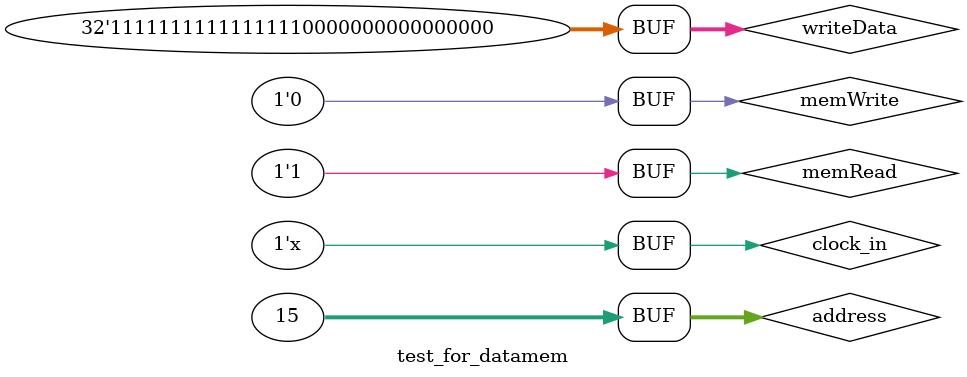
<source format=v>
`timescale 1ns / 1ps


module test_for_datamem;

	// Inputs
	reg clock_in;
	reg [31:0] address;
	reg [31:0] writeData;
	reg memWrite;
	reg memRead;

	// Outputs
	wire [31:0] readData;

	// Instantiate the Unit Under Test (UUT)
	data_memory uut (
		.clock_in(clock_in), 
		.address(address), 
		.writeData(writeData), 
		.memWrite(memWrite), 
		.memRead(memRead), 
		.readData(readData)
	);
   always #100 clock_in = ~clock_in;
	initial begin
		// Initialize Inputs
		clock_in = 0;
		address = 0;
		writeData = 0;
		memWrite = 0;
		memRead = 0;

		#185;
		memWrite = 1'b1;
      address = 32'b00000000000000000000000000001111;
		writeData = 32'b11111111111111110000000000000000;
		
		#250;
		memRead = 1'b1;
		memWrite = 1'b0;
	end
      
endmodule


</source>
